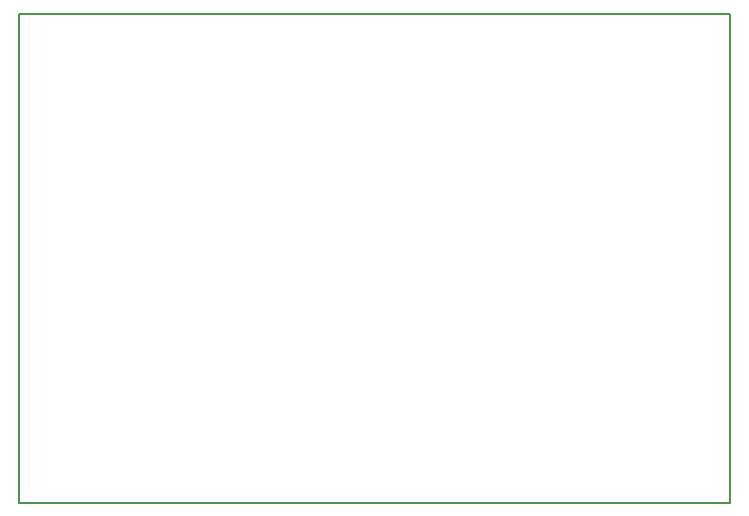
<source format=gm1>
%TF.GenerationSoftware,KiCad,Pcbnew,8.0.0*%
%TF.CreationDate,2024-03-04T00:39:04-06:00*%
%TF.ProjectId,MicrocontrollerTestBoard,4d696372-6f63-46f6-9e74-726f6c6c6572,rev?*%
%TF.SameCoordinates,Original*%
%TF.FileFunction,Profile,NP*%
%FSLAX46Y46*%
G04 Gerber Fmt 4.6, Leading zero omitted, Abs format (unit mm)*
G04 Created by KiCad (PCBNEW 8.0.0) date 2024-03-04 00:39:04*
%MOMM*%
%LPD*%
G01*
G04 APERTURE LIST*
%TA.AperFunction,Profile*%
%ADD10C,0.200000*%
%TD*%
G04 APERTURE END LIST*
D10*
X121157000Y-73283000D02*
X181352000Y-73283000D01*
X181352000Y-114677000D01*
X121157000Y-114677000D01*
X121157000Y-73283000D01*
M02*

</source>
